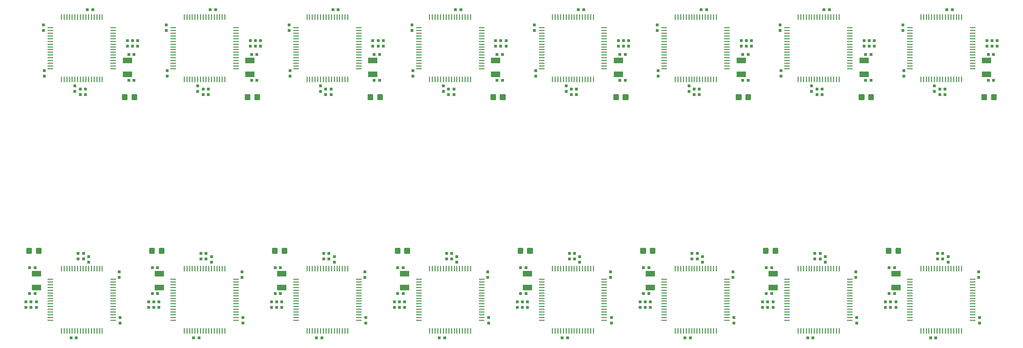
<source format=gtp>
G04 EAGLE Gerber RS-274X export*
G75*
%MOMM*%
%FSLAX34Y34*%
%LPD*%
%INSolderpaste Top*%
%IPPOS*%
%AMOC8*
5,1,8,0,0,1.08239X$1,22.5*%
G01*
%ADD10R,1.800000X1.000000*%
%ADD11R,0.600000X0.600000*%
%ADD12C,0.300000*%
%ADD13R,1.000000X0.220000*%
%ADD14R,0.220000X1.000000*%


D10*
X26670Y166170D03*
X26670Y141170D03*
D11*
X24050Y177070D03*
X14050Y177070D03*
X24050Y129770D03*
X14050Y129770D03*
D12*
X17082Y204780D02*
X17082Y211780D01*
X17082Y204780D02*
X10082Y204780D01*
X10082Y211780D01*
X17082Y211780D01*
X17082Y207630D02*
X10082Y207630D01*
X10082Y210480D02*
X17082Y210480D01*
X34622Y211780D02*
X34622Y204780D01*
X27622Y204780D01*
X27622Y211780D01*
X34622Y211780D01*
X34622Y207630D02*
X27622Y207630D01*
X27622Y210480D02*
X34622Y210480D01*
D11*
X90060Y48260D03*
X100060Y48260D03*
X26580Y114500D03*
X26580Y104500D03*
X178562Y159338D03*
X178562Y169338D03*
X103302Y193360D03*
X103302Y203360D03*
X180360Y86020D03*
X180360Y76020D03*
X7668Y104394D03*
X7668Y114394D03*
X17068Y114500D03*
X17068Y104500D03*
X112836Y193352D03*
X112836Y203352D03*
X122468Y187690D03*
X122468Y197690D03*
D13*
X52500Y121000D03*
X52500Y116000D03*
X52500Y131000D03*
X52500Y141000D03*
X52500Y151000D03*
X52500Y126000D03*
X52500Y136000D03*
X52500Y146000D03*
X52500Y156000D03*
X52500Y106000D03*
X52500Y96000D03*
X52500Y86000D03*
X52500Y81000D03*
X52500Y91000D03*
X52500Y101000D03*
X52500Y111000D03*
D14*
X107500Y61000D03*
X112500Y61000D03*
X97500Y61000D03*
X87500Y61000D03*
X77500Y61000D03*
X102500Y61000D03*
X92500Y61000D03*
X82500Y61000D03*
X72500Y61000D03*
X122500Y61000D03*
X132500Y61000D03*
X142500Y61000D03*
X147500Y61000D03*
X137500Y61000D03*
X127500Y61000D03*
X117500Y61000D03*
D13*
X167500Y116000D03*
X167500Y121000D03*
X167500Y106000D03*
X167500Y96000D03*
X167500Y86000D03*
X167500Y111000D03*
X167500Y101000D03*
X167500Y91000D03*
X167500Y81000D03*
X167500Y131000D03*
X167500Y141000D03*
X167500Y151000D03*
X167500Y156000D03*
X167500Y146000D03*
X167500Y136000D03*
X167500Y126000D03*
D14*
X112500Y176000D03*
X107500Y176000D03*
X122500Y176000D03*
X132500Y176000D03*
X142500Y176000D03*
X117500Y176000D03*
X127500Y176000D03*
X137500Y176000D03*
X147500Y176000D03*
X97500Y176000D03*
X87500Y176000D03*
X77500Y176000D03*
X72500Y176000D03*
X82500Y176000D03*
X92500Y176000D03*
X102500Y176000D03*
D10*
X251739Y166170D03*
X251739Y141170D03*
D11*
X249119Y177070D03*
X239119Y177070D03*
X249119Y129770D03*
X239119Y129770D03*
D12*
X242151Y204780D02*
X242151Y211780D01*
X242151Y204780D02*
X235151Y204780D01*
X235151Y211780D01*
X242151Y211780D01*
X242151Y207630D02*
X235151Y207630D01*
X235151Y210480D02*
X242151Y210480D01*
X259691Y211780D02*
X259691Y204780D01*
X252691Y204780D01*
X252691Y211780D01*
X259691Y211780D01*
X259691Y207630D02*
X252691Y207630D01*
X252691Y210480D02*
X259691Y210480D01*
D11*
X315129Y48260D03*
X325129Y48260D03*
X251649Y114500D03*
X251649Y104500D03*
X403631Y159338D03*
X403631Y169338D03*
X328371Y193360D03*
X328371Y203360D03*
X405429Y86020D03*
X405429Y76020D03*
X232737Y104394D03*
X232737Y114394D03*
X242137Y114500D03*
X242137Y104500D03*
X337905Y193352D03*
X337905Y203352D03*
X347537Y187690D03*
X347537Y197690D03*
D13*
X277569Y121000D03*
X277569Y116000D03*
X277569Y131000D03*
X277569Y141000D03*
X277569Y151000D03*
X277569Y126000D03*
X277569Y136000D03*
X277569Y146000D03*
X277569Y156000D03*
X277569Y106000D03*
X277569Y96000D03*
X277569Y86000D03*
X277569Y81000D03*
X277569Y91000D03*
X277569Y101000D03*
X277569Y111000D03*
D14*
X332569Y61000D03*
X337569Y61000D03*
X322569Y61000D03*
X312569Y61000D03*
X302569Y61000D03*
X327569Y61000D03*
X317569Y61000D03*
X307569Y61000D03*
X297569Y61000D03*
X347569Y61000D03*
X357569Y61000D03*
X367569Y61000D03*
X372569Y61000D03*
X362569Y61000D03*
X352569Y61000D03*
X342569Y61000D03*
D13*
X392569Y116000D03*
X392569Y121000D03*
X392569Y106000D03*
X392569Y96000D03*
X392569Y86000D03*
X392569Y111000D03*
X392569Y101000D03*
X392569Y91000D03*
X392569Y81000D03*
X392569Y131000D03*
X392569Y141000D03*
X392569Y151000D03*
X392569Y156000D03*
X392569Y146000D03*
X392569Y136000D03*
X392569Y126000D03*
D14*
X337569Y176000D03*
X332569Y176000D03*
X347569Y176000D03*
X357569Y176000D03*
X367569Y176000D03*
X342569Y176000D03*
X352569Y176000D03*
X362569Y176000D03*
X372569Y176000D03*
X322569Y176000D03*
X312569Y176000D03*
X302569Y176000D03*
X297569Y176000D03*
X307569Y176000D03*
X317569Y176000D03*
X327569Y176000D03*
D10*
X476834Y166170D03*
X476834Y141170D03*
D11*
X474214Y177070D03*
X464214Y177070D03*
X474214Y129770D03*
X464214Y129770D03*
D12*
X467246Y204780D02*
X467246Y211780D01*
X467246Y204780D02*
X460246Y204780D01*
X460246Y211780D01*
X467246Y211780D01*
X467246Y207630D02*
X460246Y207630D01*
X460246Y210480D02*
X467246Y210480D01*
X484786Y211780D02*
X484786Y204780D01*
X477786Y204780D01*
X477786Y211780D01*
X484786Y211780D01*
X484786Y207630D02*
X477786Y207630D01*
X477786Y210480D02*
X484786Y210480D01*
D11*
X540224Y48260D03*
X550224Y48260D03*
X476744Y114500D03*
X476744Y104500D03*
X628726Y159338D03*
X628726Y169338D03*
X553466Y193360D03*
X553466Y203360D03*
X630524Y86020D03*
X630524Y76020D03*
X457832Y104394D03*
X457832Y114394D03*
X467232Y114500D03*
X467232Y104500D03*
X563000Y193352D03*
X563000Y203352D03*
X572632Y187690D03*
X572632Y197690D03*
D13*
X502664Y121000D03*
X502664Y116000D03*
X502664Y131000D03*
X502664Y141000D03*
X502664Y151000D03*
X502664Y126000D03*
X502664Y136000D03*
X502664Y146000D03*
X502664Y156000D03*
X502664Y106000D03*
X502664Y96000D03*
X502664Y86000D03*
X502664Y81000D03*
X502664Y91000D03*
X502664Y101000D03*
X502664Y111000D03*
D14*
X557664Y61000D03*
X562664Y61000D03*
X547664Y61000D03*
X537664Y61000D03*
X527664Y61000D03*
X552664Y61000D03*
X542664Y61000D03*
X532664Y61000D03*
X522664Y61000D03*
X572664Y61000D03*
X582664Y61000D03*
X592664Y61000D03*
X597664Y61000D03*
X587664Y61000D03*
X577664Y61000D03*
X567664Y61000D03*
D13*
X617664Y116000D03*
X617664Y121000D03*
X617664Y106000D03*
X617664Y96000D03*
X617664Y86000D03*
X617664Y111000D03*
X617664Y101000D03*
X617664Y91000D03*
X617664Y81000D03*
X617664Y131000D03*
X617664Y141000D03*
X617664Y151000D03*
X617664Y156000D03*
X617664Y146000D03*
X617664Y136000D03*
X617664Y126000D03*
D14*
X562664Y176000D03*
X557664Y176000D03*
X572664Y176000D03*
X582664Y176000D03*
X592664Y176000D03*
X567664Y176000D03*
X577664Y176000D03*
X587664Y176000D03*
X597664Y176000D03*
X547664Y176000D03*
X537664Y176000D03*
X527664Y176000D03*
X522664Y176000D03*
X532664Y176000D03*
X542664Y176000D03*
X552664Y176000D03*
D10*
X701904Y166170D03*
X701904Y141170D03*
D11*
X699284Y177070D03*
X689284Y177070D03*
X699284Y129770D03*
X689284Y129770D03*
D12*
X692316Y204780D02*
X692316Y211780D01*
X692316Y204780D02*
X685316Y204780D01*
X685316Y211780D01*
X692316Y211780D01*
X692316Y207630D02*
X685316Y207630D01*
X685316Y210480D02*
X692316Y210480D01*
X709856Y211780D02*
X709856Y204780D01*
X702856Y204780D01*
X702856Y211780D01*
X709856Y211780D01*
X709856Y207630D02*
X702856Y207630D01*
X702856Y210480D02*
X709856Y210480D01*
D11*
X765294Y48260D03*
X775294Y48260D03*
X701814Y114500D03*
X701814Y104500D03*
X853796Y159338D03*
X853796Y169338D03*
X778536Y193360D03*
X778536Y203360D03*
X855594Y86020D03*
X855594Y76020D03*
X682902Y104394D03*
X682902Y114394D03*
X692302Y114500D03*
X692302Y104500D03*
X788070Y193352D03*
X788070Y203352D03*
X797702Y187690D03*
X797702Y197690D03*
D13*
X727734Y121000D03*
X727734Y116000D03*
X727734Y131000D03*
X727734Y141000D03*
X727734Y151000D03*
X727734Y126000D03*
X727734Y136000D03*
X727734Y146000D03*
X727734Y156000D03*
X727734Y106000D03*
X727734Y96000D03*
X727734Y86000D03*
X727734Y81000D03*
X727734Y91000D03*
X727734Y101000D03*
X727734Y111000D03*
D14*
X782734Y61000D03*
X787734Y61000D03*
X772734Y61000D03*
X762734Y61000D03*
X752734Y61000D03*
X777734Y61000D03*
X767734Y61000D03*
X757734Y61000D03*
X747734Y61000D03*
X797734Y61000D03*
X807734Y61000D03*
X817734Y61000D03*
X822734Y61000D03*
X812734Y61000D03*
X802734Y61000D03*
X792734Y61000D03*
D13*
X842734Y116000D03*
X842734Y121000D03*
X842734Y106000D03*
X842734Y96000D03*
X842734Y86000D03*
X842734Y111000D03*
X842734Y101000D03*
X842734Y91000D03*
X842734Y81000D03*
X842734Y131000D03*
X842734Y141000D03*
X842734Y151000D03*
X842734Y156000D03*
X842734Y146000D03*
X842734Y136000D03*
X842734Y126000D03*
D14*
X787734Y176000D03*
X782734Y176000D03*
X797734Y176000D03*
X807734Y176000D03*
X817734Y176000D03*
X792734Y176000D03*
X802734Y176000D03*
X812734Y176000D03*
X822734Y176000D03*
X772734Y176000D03*
X762734Y176000D03*
X752734Y176000D03*
X747734Y176000D03*
X757734Y176000D03*
X767734Y176000D03*
X777734Y176000D03*
D10*
X926998Y166170D03*
X926998Y141170D03*
D11*
X924378Y177070D03*
X914378Y177070D03*
X924378Y129770D03*
X914378Y129770D03*
D12*
X917410Y204780D02*
X917410Y211780D01*
X917410Y204780D02*
X910410Y204780D01*
X910410Y211780D01*
X917410Y211780D01*
X917410Y207630D02*
X910410Y207630D01*
X910410Y210480D02*
X917410Y210480D01*
X934950Y211780D02*
X934950Y204780D01*
X927950Y204780D01*
X927950Y211780D01*
X934950Y211780D01*
X934950Y207630D02*
X927950Y207630D01*
X927950Y210480D02*
X934950Y210480D01*
D11*
X990388Y48260D03*
X1000388Y48260D03*
X926908Y114500D03*
X926908Y104500D03*
X1078890Y159338D03*
X1078890Y169338D03*
X1003630Y193360D03*
X1003630Y203360D03*
X1080688Y86020D03*
X1080688Y76020D03*
X907996Y104394D03*
X907996Y114394D03*
X917396Y114500D03*
X917396Y104500D03*
X1013164Y193352D03*
X1013164Y203352D03*
X1022796Y187690D03*
X1022796Y197690D03*
D13*
X952828Y121000D03*
X952828Y116000D03*
X952828Y131000D03*
X952828Y141000D03*
X952828Y151000D03*
X952828Y126000D03*
X952828Y136000D03*
X952828Y146000D03*
X952828Y156000D03*
X952828Y106000D03*
X952828Y96000D03*
X952828Y86000D03*
X952828Y81000D03*
X952828Y91000D03*
X952828Y101000D03*
X952828Y111000D03*
D14*
X1007828Y61000D03*
X1012828Y61000D03*
X997828Y61000D03*
X987828Y61000D03*
X977828Y61000D03*
X1002828Y61000D03*
X992828Y61000D03*
X982828Y61000D03*
X972828Y61000D03*
X1022828Y61000D03*
X1032828Y61000D03*
X1042828Y61000D03*
X1047828Y61000D03*
X1037828Y61000D03*
X1027828Y61000D03*
X1017828Y61000D03*
D13*
X1067828Y116000D03*
X1067828Y121000D03*
X1067828Y106000D03*
X1067828Y96000D03*
X1067828Y86000D03*
X1067828Y111000D03*
X1067828Y101000D03*
X1067828Y91000D03*
X1067828Y81000D03*
X1067828Y131000D03*
X1067828Y141000D03*
X1067828Y151000D03*
X1067828Y156000D03*
X1067828Y146000D03*
X1067828Y136000D03*
X1067828Y126000D03*
D14*
X1012828Y176000D03*
X1007828Y176000D03*
X1022828Y176000D03*
X1032828Y176000D03*
X1042828Y176000D03*
X1017828Y176000D03*
X1027828Y176000D03*
X1037828Y176000D03*
X1047828Y176000D03*
X997828Y176000D03*
X987828Y176000D03*
X977828Y176000D03*
X972828Y176000D03*
X982828Y176000D03*
X992828Y176000D03*
X1002828Y176000D03*
D10*
X1152068Y166170D03*
X1152068Y141170D03*
D11*
X1149448Y177070D03*
X1139448Y177070D03*
X1149448Y129770D03*
X1139448Y129770D03*
D12*
X1142480Y204780D02*
X1142480Y211780D01*
X1142480Y204780D02*
X1135480Y204780D01*
X1135480Y211780D01*
X1142480Y211780D01*
X1142480Y207630D02*
X1135480Y207630D01*
X1135480Y210480D02*
X1142480Y210480D01*
X1160020Y211780D02*
X1160020Y204780D01*
X1153020Y204780D01*
X1153020Y211780D01*
X1160020Y211780D01*
X1160020Y207630D02*
X1153020Y207630D01*
X1153020Y210480D02*
X1160020Y210480D01*
D11*
X1215458Y48260D03*
X1225458Y48260D03*
X1151978Y114500D03*
X1151978Y104500D03*
X1303960Y159338D03*
X1303960Y169338D03*
X1228700Y193360D03*
X1228700Y203360D03*
X1305758Y86020D03*
X1305758Y76020D03*
X1133066Y104394D03*
X1133066Y114394D03*
X1142466Y114500D03*
X1142466Y104500D03*
X1238234Y193352D03*
X1238234Y203352D03*
X1247866Y187690D03*
X1247866Y197690D03*
D13*
X1177898Y121000D03*
X1177898Y116000D03*
X1177898Y131000D03*
X1177898Y141000D03*
X1177898Y151000D03*
X1177898Y126000D03*
X1177898Y136000D03*
X1177898Y146000D03*
X1177898Y156000D03*
X1177898Y106000D03*
X1177898Y96000D03*
X1177898Y86000D03*
X1177898Y81000D03*
X1177898Y91000D03*
X1177898Y101000D03*
X1177898Y111000D03*
D14*
X1232898Y61000D03*
X1237898Y61000D03*
X1222898Y61000D03*
X1212898Y61000D03*
X1202898Y61000D03*
X1227898Y61000D03*
X1217898Y61000D03*
X1207898Y61000D03*
X1197898Y61000D03*
X1247898Y61000D03*
X1257898Y61000D03*
X1267898Y61000D03*
X1272898Y61000D03*
X1262898Y61000D03*
X1252898Y61000D03*
X1242898Y61000D03*
D13*
X1292898Y116000D03*
X1292898Y121000D03*
X1292898Y106000D03*
X1292898Y96000D03*
X1292898Y86000D03*
X1292898Y111000D03*
X1292898Y101000D03*
X1292898Y91000D03*
X1292898Y81000D03*
X1292898Y131000D03*
X1292898Y141000D03*
X1292898Y151000D03*
X1292898Y156000D03*
X1292898Y146000D03*
X1292898Y136000D03*
X1292898Y126000D03*
D14*
X1237898Y176000D03*
X1232898Y176000D03*
X1247898Y176000D03*
X1257898Y176000D03*
X1267898Y176000D03*
X1242898Y176000D03*
X1252898Y176000D03*
X1262898Y176000D03*
X1272898Y176000D03*
X1222898Y176000D03*
X1212898Y176000D03*
X1202898Y176000D03*
X1197898Y176000D03*
X1207898Y176000D03*
X1217898Y176000D03*
X1227898Y176000D03*
D10*
X1377163Y166170D03*
X1377163Y141170D03*
D11*
X1374543Y177070D03*
X1364543Y177070D03*
X1374543Y129770D03*
X1364543Y129770D03*
D12*
X1367575Y204780D02*
X1367575Y211780D01*
X1367575Y204780D02*
X1360575Y204780D01*
X1360575Y211780D01*
X1367575Y211780D01*
X1367575Y207630D02*
X1360575Y207630D01*
X1360575Y210480D02*
X1367575Y210480D01*
X1385115Y211780D02*
X1385115Y204780D01*
X1378115Y204780D01*
X1378115Y211780D01*
X1385115Y211780D01*
X1385115Y207630D02*
X1378115Y207630D01*
X1378115Y210480D02*
X1385115Y210480D01*
D11*
X1440553Y48260D03*
X1450553Y48260D03*
X1377073Y114500D03*
X1377073Y104500D03*
X1529055Y159338D03*
X1529055Y169338D03*
X1453795Y193360D03*
X1453795Y203360D03*
X1530853Y86020D03*
X1530853Y76020D03*
X1358161Y104394D03*
X1358161Y114394D03*
X1367561Y114500D03*
X1367561Y104500D03*
X1463329Y193352D03*
X1463329Y203352D03*
X1472961Y187690D03*
X1472961Y197690D03*
D13*
X1402993Y121000D03*
X1402993Y116000D03*
X1402993Y131000D03*
X1402993Y141000D03*
X1402993Y151000D03*
X1402993Y126000D03*
X1402993Y136000D03*
X1402993Y146000D03*
X1402993Y156000D03*
X1402993Y106000D03*
X1402993Y96000D03*
X1402993Y86000D03*
X1402993Y81000D03*
X1402993Y91000D03*
X1402993Y101000D03*
X1402993Y111000D03*
D14*
X1457993Y61000D03*
X1462993Y61000D03*
X1447993Y61000D03*
X1437993Y61000D03*
X1427993Y61000D03*
X1452993Y61000D03*
X1442993Y61000D03*
X1432993Y61000D03*
X1422993Y61000D03*
X1472993Y61000D03*
X1482993Y61000D03*
X1492993Y61000D03*
X1497993Y61000D03*
X1487993Y61000D03*
X1477993Y61000D03*
X1467993Y61000D03*
D13*
X1517993Y116000D03*
X1517993Y121000D03*
X1517993Y106000D03*
X1517993Y96000D03*
X1517993Y86000D03*
X1517993Y111000D03*
X1517993Y101000D03*
X1517993Y91000D03*
X1517993Y81000D03*
X1517993Y131000D03*
X1517993Y141000D03*
X1517993Y151000D03*
X1517993Y156000D03*
X1517993Y146000D03*
X1517993Y136000D03*
X1517993Y126000D03*
D14*
X1462993Y176000D03*
X1457993Y176000D03*
X1472993Y176000D03*
X1482993Y176000D03*
X1492993Y176000D03*
X1467993Y176000D03*
X1477993Y176000D03*
X1487993Y176000D03*
X1497993Y176000D03*
X1447993Y176000D03*
X1437993Y176000D03*
X1427993Y176000D03*
X1422993Y176000D03*
X1432993Y176000D03*
X1442993Y176000D03*
X1452993Y176000D03*
D10*
X1602232Y166170D03*
X1602232Y141170D03*
D11*
X1599612Y177070D03*
X1589612Y177070D03*
X1599612Y129770D03*
X1589612Y129770D03*
D12*
X1592644Y204780D02*
X1592644Y211780D01*
X1592644Y204780D02*
X1585644Y204780D01*
X1585644Y211780D01*
X1592644Y211780D01*
X1592644Y207630D02*
X1585644Y207630D01*
X1585644Y210480D02*
X1592644Y210480D01*
X1610184Y211780D02*
X1610184Y204780D01*
X1603184Y204780D01*
X1603184Y211780D01*
X1610184Y211780D01*
X1610184Y207630D02*
X1603184Y207630D01*
X1603184Y210480D02*
X1610184Y210480D01*
D11*
X1665622Y48260D03*
X1675622Y48260D03*
X1602142Y114500D03*
X1602142Y104500D03*
X1754124Y159338D03*
X1754124Y169338D03*
X1678864Y193360D03*
X1678864Y203360D03*
X1755922Y86020D03*
X1755922Y76020D03*
X1583230Y104394D03*
X1583230Y114394D03*
X1592630Y114500D03*
X1592630Y104500D03*
X1688398Y193352D03*
X1688398Y203352D03*
X1698030Y187690D03*
X1698030Y197690D03*
D13*
X1628062Y121000D03*
X1628062Y116000D03*
X1628062Y131000D03*
X1628062Y141000D03*
X1628062Y151000D03*
X1628062Y126000D03*
X1628062Y136000D03*
X1628062Y146000D03*
X1628062Y156000D03*
X1628062Y106000D03*
X1628062Y96000D03*
X1628062Y86000D03*
X1628062Y81000D03*
X1628062Y91000D03*
X1628062Y101000D03*
X1628062Y111000D03*
D14*
X1683062Y61000D03*
X1688062Y61000D03*
X1673062Y61000D03*
X1663062Y61000D03*
X1653062Y61000D03*
X1678062Y61000D03*
X1668062Y61000D03*
X1658062Y61000D03*
X1648062Y61000D03*
X1698062Y61000D03*
X1708062Y61000D03*
X1718062Y61000D03*
X1723062Y61000D03*
X1713062Y61000D03*
X1703062Y61000D03*
X1693062Y61000D03*
D13*
X1743062Y116000D03*
X1743062Y121000D03*
X1743062Y106000D03*
X1743062Y96000D03*
X1743062Y86000D03*
X1743062Y111000D03*
X1743062Y101000D03*
X1743062Y91000D03*
X1743062Y81000D03*
X1743062Y131000D03*
X1743062Y141000D03*
X1743062Y151000D03*
X1743062Y156000D03*
X1743062Y146000D03*
X1743062Y136000D03*
X1743062Y126000D03*
D14*
X1688062Y176000D03*
X1683062Y176000D03*
X1698062Y176000D03*
X1708062Y176000D03*
X1718062Y176000D03*
X1693062Y176000D03*
X1703062Y176000D03*
X1713062Y176000D03*
X1723062Y176000D03*
X1673062Y176000D03*
X1663062Y176000D03*
X1653062Y176000D03*
X1648062Y176000D03*
X1658062Y176000D03*
X1668062Y176000D03*
X1678062Y176000D03*
D10*
X193319Y532330D03*
X193319Y557330D03*
D11*
X195939Y521430D03*
X205939Y521430D03*
X195939Y568730D03*
X205939Y568730D03*
D12*
X202907Y493720D02*
X202907Y486720D01*
X202907Y493720D02*
X209907Y493720D01*
X209907Y486720D01*
X202907Y486720D01*
X202907Y489570D02*
X209907Y489570D01*
X209907Y492420D02*
X202907Y492420D01*
X185367Y493720D02*
X185367Y486720D01*
X185367Y493720D02*
X192367Y493720D01*
X192367Y486720D01*
X185367Y486720D01*
X185367Y489570D02*
X192367Y489570D01*
X192367Y492420D02*
X185367Y492420D01*
D11*
X129929Y650240D03*
X119929Y650240D03*
X193409Y584000D03*
X193409Y594000D03*
X41427Y539162D03*
X41427Y529162D03*
X116687Y505140D03*
X116687Y495140D03*
X39629Y612480D03*
X39629Y622480D03*
X212321Y594106D03*
X212321Y584106D03*
X202921Y584000D03*
X202921Y594000D03*
X107153Y505148D03*
X107153Y495148D03*
X97521Y510810D03*
X97521Y500810D03*
D13*
X167489Y577500D03*
X167489Y582500D03*
X167489Y567500D03*
X167489Y557500D03*
X167489Y547500D03*
X167489Y572500D03*
X167489Y562500D03*
X167489Y552500D03*
X167489Y542500D03*
X167489Y592500D03*
X167489Y602500D03*
X167489Y612500D03*
X167489Y617500D03*
X167489Y607500D03*
X167489Y597500D03*
X167489Y587500D03*
D14*
X112489Y637500D03*
X107489Y637500D03*
X122489Y637500D03*
X132489Y637500D03*
X142489Y637500D03*
X117489Y637500D03*
X127489Y637500D03*
X137489Y637500D03*
X147489Y637500D03*
X97489Y637500D03*
X87489Y637500D03*
X77489Y637500D03*
X72489Y637500D03*
X82489Y637500D03*
X92489Y637500D03*
X102489Y637500D03*
D13*
X52489Y582500D03*
X52489Y577500D03*
X52489Y592500D03*
X52489Y602500D03*
X52489Y612500D03*
X52489Y587500D03*
X52489Y597500D03*
X52489Y607500D03*
X52489Y617500D03*
X52489Y567500D03*
X52489Y557500D03*
X52489Y547500D03*
X52489Y542500D03*
X52489Y552500D03*
X52489Y562500D03*
X52489Y572500D03*
D14*
X107489Y522500D03*
X112489Y522500D03*
X97489Y522500D03*
X87489Y522500D03*
X77489Y522500D03*
X102489Y522500D03*
X92489Y522500D03*
X82489Y522500D03*
X72489Y522500D03*
X122489Y522500D03*
X132489Y522500D03*
X142489Y522500D03*
X147489Y522500D03*
X137489Y522500D03*
X127489Y522500D03*
X117489Y522500D03*
D10*
X418414Y532330D03*
X418414Y557330D03*
D11*
X421034Y521430D03*
X431034Y521430D03*
X421034Y568730D03*
X431034Y568730D03*
D12*
X428002Y493720D02*
X428002Y486720D01*
X428002Y493720D02*
X435002Y493720D01*
X435002Y486720D01*
X428002Y486720D01*
X428002Y489570D02*
X435002Y489570D01*
X435002Y492420D02*
X428002Y492420D01*
X410462Y493720D02*
X410462Y486720D01*
X410462Y493720D02*
X417462Y493720D01*
X417462Y486720D01*
X410462Y486720D01*
X410462Y489570D02*
X417462Y489570D01*
X417462Y492420D02*
X410462Y492420D01*
D11*
X355024Y650240D03*
X345024Y650240D03*
X418504Y584000D03*
X418504Y594000D03*
X266522Y539162D03*
X266522Y529162D03*
X341782Y505140D03*
X341782Y495140D03*
X264724Y612480D03*
X264724Y622480D03*
X437416Y594106D03*
X437416Y584106D03*
X428016Y584000D03*
X428016Y594000D03*
X332248Y505148D03*
X332248Y495148D03*
X322616Y510810D03*
X322616Y500810D03*
D13*
X392584Y577500D03*
X392584Y582500D03*
X392584Y567500D03*
X392584Y557500D03*
X392584Y547500D03*
X392584Y572500D03*
X392584Y562500D03*
X392584Y552500D03*
X392584Y542500D03*
X392584Y592500D03*
X392584Y602500D03*
X392584Y612500D03*
X392584Y617500D03*
X392584Y607500D03*
X392584Y597500D03*
X392584Y587500D03*
D14*
X337584Y637500D03*
X332584Y637500D03*
X347584Y637500D03*
X357584Y637500D03*
X367584Y637500D03*
X342584Y637500D03*
X352584Y637500D03*
X362584Y637500D03*
X372584Y637500D03*
X322584Y637500D03*
X312584Y637500D03*
X302584Y637500D03*
X297584Y637500D03*
X307584Y637500D03*
X317584Y637500D03*
X327584Y637500D03*
D13*
X277584Y582500D03*
X277584Y577500D03*
X277584Y592500D03*
X277584Y602500D03*
X277584Y612500D03*
X277584Y587500D03*
X277584Y597500D03*
X277584Y607500D03*
X277584Y617500D03*
X277584Y567500D03*
X277584Y557500D03*
X277584Y547500D03*
X277584Y542500D03*
X277584Y552500D03*
X277584Y562500D03*
X277584Y572500D03*
D14*
X332584Y522500D03*
X337584Y522500D03*
X322584Y522500D03*
X312584Y522500D03*
X302584Y522500D03*
X327584Y522500D03*
X317584Y522500D03*
X307584Y522500D03*
X297584Y522500D03*
X347584Y522500D03*
X357584Y522500D03*
X367584Y522500D03*
X372584Y522500D03*
X362584Y522500D03*
X352584Y522500D03*
X342584Y522500D03*
D10*
X643484Y532330D03*
X643484Y557330D03*
D11*
X646104Y521430D03*
X656104Y521430D03*
X646104Y568730D03*
X656104Y568730D03*
D12*
X653072Y493720D02*
X653072Y486720D01*
X653072Y493720D02*
X660072Y493720D01*
X660072Y486720D01*
X653072Y486720D01*
X653072Y489570D02*
X660072Y489570D01*
X660072Y492420D02*
X653072Y492420D01*
X635532Y493720D02*
X635532Y486720D01*
X635532Y493720D02*
X642532Y493720D01*
X642532Y486720D01*
X635532Y486720D01*
X635532Y489570D02*
X642532Y489570D01*
X642532Y492420D02*
X635532Y492420D01*
D11*
X580094Y650240D03*
X570094Y650240D03*
X643574Y584000D03*
X643574Y594000D03*
X491592Y539162D03*
X491592Y529162D03*
X566852Y505140D03*
X566852Y495140D03*
X489794Y612480D03*
X489794Y622480D03*
X662486Y594106D03*
X662486Y584106D03*
X653086Y584000D03*
X653086Y594000D03*
X557318Y505148D03*
X557318Y495148D03*
X547686Y510810D03*
X547686Y500810D03*
D13*
X617654Y577500D03*
X617654Y582500D03*
X617654Y567500D03*
X617654Y557500D03*
X617654Y547500D03*
X617654Y572500D03*
X617654Y562500D03*
X617654Y552500D03*
X617654Y542500D03*
X617654Y592500D03*
X617654Y602500D03*
X617654Y612500D03*
X617654Y617500D03*
X617654Y607500D03*
X617654Y597500D03*
X617654Y587500D03*
D14*
X562654Y637500D03*
X557654Y637500D03*
X572654Y637500D03*
X582654Y637500D03*
X592654Y637500D03*
X567654Y637500D03*
X577654Y637500D03*
X587654Y637500D03*
X597654Y637500D03*
X547654Y637500D03*
X537654Y637500D03*
X527654Y637500D03*
X522654Y637500D03*
X532654Y637500D03*
X542654Y637500D03*
X552654Y637500D03*
D13*
X502654Y582500D03*
X502654Y577500D03*
X502654Y592500D03*
X502654Y602500D03*
X502654Y612500D03*
X502654Y587500D03*
X502654Y597500D03*
X502654Y607500D03*
X502654Y617500D03*
X502654Y567500D03*
X502654Y557500D03*
X502654Y547500D03*
X502654Y542500D03*
X502654Y552500D03*
X502654Y562500D03*
X502654Y572500D03*
D14*
X557654Y522500D03*
X562654Y522500D03*
X547654Y522500D03*
X537654Y522500D03*
X527654Y522500D03*
X552654Y522500D03*
X542654Y522500D03*
X532654Y522500D03*
X522654Y522500D03*
X572654Y522500D03*
X582654Y522500D03*
X592654Y522500D03*
X597654Y522500D03*
X587654Y522500D03*
X577654Y522500D03*
X567654Y522500D03*
D10*
X868578Y532330D03*
X868578Y557330D03*
D11*
X871198Y521430D03*
X881198Y521430D03*
X871198Y568730D03*
X881198Y568730D03*
D12*
X878166Y493720D02*
X878166Y486720D01*
X878166Y493720D02*
X885166Y493720D01*
X885166Y486720D01*
X878166Y486720D01*
X878166Y489570D02*
X885166Y489570D01*
X885166Y492420D02*
X878166Y492420D01*
X860626Y493720D02*
X860626Y486720D01*
X860626Y493720D02*
X867626Y493720D01*
X867626Y486720D01*
X860626Y486720D01*
X860626Y489570D02*
X867626Y489570D01*
X867626Y492420D02*
X860626Y492420D01*
D11*
X805188Y650240D03*
X795188Y650240D03*
X868668Y584000D03*
X868668Y594000D03*
X716686Y539162D03*
X716686Y529162D03*
X791946Y505140D03*
X791946Y495140D03*
X714888Y612480D03*
X714888Y622480D03*
X887580Y594106D03*
X887580Y584106D03*
X878180Y584000D03*
X878180Y594000D03*
X782412Y505148D03*
X782412Y495148D03*
X772780Y510810D03*
X772780Y500810D03*
D13*
X842748Y577500D03*
X842748Y582500D03*
X842748Y567500D03*
X842748Y557500D03*
X842748Y547500D03*
X842748Y572500D03*
X842748Y562500D03*
X842748Y552500D03*
X842748Y542500D03*
X842748Y592500D03*
X842748Y602500D03*
X842748Y612500D03*
X842748Y617500D03*
X842748Y607500D03*
X842748Y597500D03*
X842748Y587500D03*
D14*
X787748Y637500D03*
X782748Y637500D03*
X797748Y637500D03*
X807748Y637500D03*
X817748Y637500D03*
X792748Y637500D03*
X802748Y637500D03*
X812748Y637500D03*
X822748Y637500D03*
X772748Y637500D03*
X762748Y637500D03*
X752748Y637500D03*
X747748Y637500D03*
X757748Y637500D03*
X767748Y637500D03*
X777748Y637500D03*
D13*
X727748Y582500D03*
X727748Y577500D03*
X727748Y592500D03*
X727748Y602500D03*
X727748Y612500D03*
X727748Y587500D03*
X727748Y597500D03*
X727748Y607500D03*
X727748Y617500D03*
X727748Y567500D03*
X727748Y557500D03*
X727748Y547500D03*
X727748Y542500D03*
X727748Y552500D03*
X727748Y562500D03*
X727748Y572500D03*
D14*
X782748Y522500D03*
X787748Y522500D03*
X772748Y522500D03*
X762748Y522500D03*
X752748Y522500D03*
X777748Y522500D03*
X767748Y522500D03*
X757748Y522500D03*
X747748Y522500D03*
X797748Y522500D03*
X807748Y522500D03*
X817748Y522500D03*
X822748Y522500D03*
X812748Y522500D03*
X802748Y522500D03*
X792748Y522500D03*
D10*
X1093648Y532330D03*
X1093648Y557330D03*
D11*
X1096268Y521430D03*
X1106268Y521430D03*
X1096268Y568730D03*
X1106268Y568730D03*
D12*
X1103236Y493720D02*
X1103236Y486720D01*
X1103236Y493720D02*
X1110236Y493720D01*
X1110236Y486720D01*
X1103236Y486720D01*
X1103236Y489570D02*
X1110236Y489570D01*
X1110236Y492420D02*
X1103236Y492420D01*
X1085696Y493720D02*
X1085696Y486720D01*
X1085696Y493720D02*
X1092696Y493720D01*
X1092696Y486720D01*
X1085696Y486720D01*
X1085696Y489570D02*
X1092696Y489570D01*
X1092696Y492420D02*
X1085696Y492420D01*
D11*
X1030258Y650240D03*
X1020258Y650240D03*
X1093738Y584000D03*
X1093738Y594000D03*
X941756Y539162D03*
X941756Y529162D03*
X1017016Y505140D03*
X1017016Y495140D03*
X939958Y612480D03*
X939958Y622480D03*
X1112650Y594106D03*
X1112650Y584106D03*
X1103250Y584000D03*
X1103250Y594000D03*
X1007482Y505148D03*
X1007482Y495148D03*
X997850Y510810D03*
X997850Y500810D03*
D13*
X1067818Y577500D03*
X1067818Y582500D03*
X1067818Y567500D03*
X1067818Y557500D03*
X1067818Y547500D03*
X1067818Y572500D03*
X1067818Y562500D03*
X1067818Y552500D03*
X1067818Y542500D03*
X1067818Y592500D03*
X1067818Y602500D03*
X1067818Y612500D03*
X1067818Y617500D03*
X1067818Y607500D03*
X1067818Y597500D03*
X1067818Y587500D03*
D14*
X1012818Y637500D03*
X1007818Y637500D03*
X1022818Y637500D03*
X1032818Y637500D03*
X1042818Y637500D03*
X1017818Y637500D03*
X1027818Y637500D03*
X1037818Y637500D03*
X1047818Y637500D03*
X997818Y637500D03*
X987818Y637500D03*
X977818Y637500D03*
X972818Y637500D03*
X982818Y637500D03*
X992818Y637500D03*
X1002818Y637500D03*
D13*
X952818Y582500D03*
X952818Y577500D03*
X952818Y592500D03*
X952818Y602500D03*
X952818Y612500D03*
X952818Y587500D03*
X952818Y597500D03*
X952818Y607500D03*
X952818Y617500D03*
X952818Y567500D03*
X952818Y557500D03*
X952818Y547500D03*
X952818Y542500D03*
X952818Y552500D03*
X952818Y562500D03*
X952818Y572500D03*
D14*
X1007818Y522500D03*
X1012818Y522500D03*
X997818Y522500D03*
X987818Y522500D03*
X977818Y522500D03*
X1002818Y522500D03*
X992818Y522500D03*
X982818Y522500D03*
X972818Y522500D03*
X1022818Y522500D03*
X1032818Y522500D03*
X1042818Y522500D03*
X1047818Y522500D03*
X1037818Y522500D03*
X1027818Y522500D03*
X1017818Y522500D03*
D10*
X1318743Y532330D03*
X1318743Y557330D03*
D11*
X1321363Y521430D03*
X1331363Y521430D03*
X1321363Y568730D03*
X1331363Y568730D03*
D12*
X1328331Y493720D02*
X1328331Y486720D01*
X1328331Y493720D02*
X1335331Y493720D01*
X1335331Y486720D01*
X1328331Y486720D01*
X1328331Y489570D02*
X1335331Y489570D01*
X1335331Y492420D02*
X1328331Y492420D01*
X1310791Y493720D02*
X1310791Y486720D01*
X1310791Y493720D02*
X1317791Y493720D01*
X1317791Y486720D01*
X1310791Y486720D01*
X1310791Y489570D02*
X1317791Y489570D01*
X1317791Y492420D02*
X1310791Y492420D01*
D11*
X1255353Y650240D03*
X1245353Y650240D03*
X1318833Y584000D03*
X1318833Y594000D03*
X1166851Y539162D03*
X1166851Y529162D03*
X1242111Y505140D03*
X1242111Y495140D03*
X1165053Y612480D03*
X1165053Y622480D03*
X1337745Y594106D03*
X1337745Y584106D03*
X1328345Y584000D03*
X1328345Y594000D03*
X1232577Y505148D03*
X1232577Y495148D03*
X1222945Y510810D03*
X1222945Y500810D03*
D13*
X1292913Y577500D03*
X1292913Y582500D03*
X1292913Y567500D03*
X1292913Y557500D03*
X1292913Y547500D03*
X1292913Y572500D03*
X1292913Y562500D03*
X1292913Y552500D03*
X1292913Y542500D03*
X1292913Y592500D03*
X1292913Y602500D03*
X1292913Y612500D03*
X1292913Y617500D03*
X1292913Y607500D03*
X1292913Y597500D03*
X1292913Y587500D03*
D14*
X1237913Y637500D03*
X1232913Y637500D03*
X1247913Y637500D03*
X1257913Y637500D03*
X1267913Y637500D03*
X1242913Y637500D03*
X1252913Y637500D03*
X1262913Y637500D03*
X1272913Y637500D03*
X1222913Y637500D03*
X1212913Y637500D03*
X1202913Y637500D03*
X1197913Y637500D03*
X1207913Y637500D03*
X1217913Y637500D03*
X1227913Y637500D03*
D13*
X1177913Y582500D03*
X1177913Y577500D03*
X1177913Y592500D03*
X1177913Y602500D03*
X1177913Y612500D03*
X1177913Y587500D03*
X1177913Y597500D03*
X1177913Y607500D03*
X1177913Y617500D03*
X1177913Y567500D03*
X1177913Y557500D03*
X1177913Y547500D03*
X1177913Y542500D03*
X1177913Y552500D03*
X1177913Y562500D03*
X1177913Y572500D03*
D14*
X1232913Y522500D03*
X1237913Y522500D03*
X1222913Y522500D03*
X1212913Y522500D03*
X1202913Y522500D03*
X1227913Y522500D03*
X1217913Y522500D03*
X1207913Y522500D03*
X1197913Y522500D03*
X1247913Y522500D03*
X1257913Y522500D03*
X1267913Y522500D03*
X1272913Y522500D03*
X1262913Y522500D03*
X1252913Y522500D03*
X1242913Y522500D03*
D10*
X1543812Y532330D03*
X1543812Y557330D03*
D11*
X1546432Y521430D03*
X1556432Y521430D03*
X1546432Y568730D03*
X1556432Y568730D03*
D12*
X1553400Y493720D02*
X1553400Y486720D01*
X1553400Y493720D02*
X1560400Y493720D01*
X1560400Y486720D01*
X1553400Y486720D01*
X1553400Y489570D02*
X1560400Y489570D01*
X1560400Y492420D02*
X1553400Y492420D01*
X1535860Y493720D02*
X1535860Y486720D01*
X1535860Y493720D02*
X1542860Y493720D01*
X1542860Y486720D01*
X1535860Y486720D01*
X1535860Y489570D02*
X1542860Y489570D01*
X1542860Y492420D02*
X1535860Y492420D01*
D11*
X1480422Y650240D03*
X1470422Y650240D03*
X1543902Y584000D03*
X1543902Y594000D03*
X1391920Y539162D03*
X1391920Y529162D03*
X1467180Y505140D03*
X1467180Y495140D03*
X1390122Y612480D03*
X1390122Y622480D03*
X1562814Y594106D03*
X1562814Y584106D03*
X1553414Y584000D03*
X1553414Y594000D03*
X1457646Y505148D03*
X1457646Y495148D03*
X1448014Y510810D03*
X1448014Y500810D03*
D13*
X1517982Y577500D03*
X1517982Y582500D03*
X1517982Y567500D03*
X1517982Y557500D03*
X1517982Y547500D03*
X1517982Y572500D03*
X1517982Y562500D03*
X1517982Y552500D03*
X1517982Y542500D03*
X1517982Y592500D03*
X1517982Y602500D03*
X1517982Y612500D03*
X1517982Y617500D03*
X1517982Y607500D03*
X1517982Y597500D03*
X1517982Y587500D03*
D14*
X1462982Y637500D03*
X1457982Y637500D03*
X1472982Y637500D03*
X1482982Y637500D03*
X1492982Y637500D03*
X1467982Y637500D03*
X1477982Y637500D03*
X1487982Y637500D03*
X1497982Y637500D03*
X1447982Y637500D03*
X1437982Y637500D03*
X1427982Y637500D03*
X1422982Y637500D03*
X1432982Y637500D03*
X1442982Y637500D03*
X1452982Y637500D03*
D13*
X1402982Y582500D03*
X1402982Y577500D03*
X1402982Y592500D03*
X1402982Y602500D03*
X1402982Y612500D03*
X1402982Y587500D03*
X1402982Y597500D03*
X1402982Y607500D03*
X1402982Y617500D03*
X1402982Y567500D03*
X1402982Y557500D03*
X1402982Y547500D03*
X1402982Y542500D03*
X1402982Y552500D03*
X1402982Y562500D03*
X1402982Y572500D03*
D14*
X1457982Y522500D03*
X1462982Y522500D03*
X1447982Y522500D03*
X1437982Y522500D03*
X1427982Y522500D03*
X1452982Y522500D03*
X1442982Y522500D03*
X1432982Y522500D03*
X1422982Y522500D03*
X1472982Y522500D03*
X1482982Y522500D03*
X1492982Y522500D03*
X1497982Y522500D03*
X1487982Y522500D03*
X1477982Y522500D03*
X1467982Y522500D03*
D10*
X1768881Y532330D03*
X1768881Y557330D03*
D11*
X1771501Y521430D03*
X1781501Y521430D03*
X1771501Y568730D03*
X1781501Y568730D03*
D12*
X1778469Y493720D02*
X1778469Y486720D01*
X1778469Y493720D02*
X1785469Y493720D01*
X1785469Y486720D01*
X1778469Y486720D01*
X1778469Y489570D02*
X1785469Y489570D01*
X1785469Y492420D02*
X1778469Y492420D01*
X1760929Y493720D02*
X1760929Y486720D01*
X1760929Y493720D02*
X1767929Y493720D01*
X1767929Y486720D01*
X1760929Y486720D01*
X1760929Y489570D02*
X1767929Y489570D01*
X1767929Y492420D02*
X1760929Y492420D01*
D11*
X1705491Y650240D03*
X1695491Y650240D03*
X1768971Y584000D03*
X1768971Y594000D03*
X1616989Y539162D03*
X1616989Y529162D03*
X1692249Y505140D03*
X1692249Y495140D03*
X1615191Y612480D03*
X1615191Y622480D03*
X1787883Y594106D03*
X1787883Y584106D03*
X1778483Y584000D03*
X1778483Y594000D03*
X1682715Y505148D03*
X1682715Y495148D03*
X1673083Y510810D03*
X1673083Y500810D03*
D13*
X1743051Y577500D03*
X1743051Y582500D03*
X1743051Y567500D03*
X1743051Y557500D03*
X1743051Y547500D03*
X1743051Y572500D03*
X1743051Y562500D03*
X1743051Y552500D03*
X1743051Y542500D03*
X1743051Y592500D03*
X1743051Y602500D03*
X1743051Y612500D03*
X1743051Y617500D03*
X1743051Y607500D03*
X1743051Y597500D03*
X1743051Y587500D03*
D14*
X1688051Y637500D03*
X1683051Y637500D03*
X1698051Y637500D03*
X1708051Y637500D03*
X1718051Y637500D03*
X1693051Y637500D03*
X1703051Y637500D03*
X1713051Y637500D03*
X1723051Y637500D03*
X1673051Y637500D03*
X1663051Y637500D03*
X1653051Y637500D03*
X1648051Y637500D03*
X1658051Y637500D03*
X1668051Y637500D03*
X1678051Y637500D03*
D13*
X1628051Y582500D03*
X1628051Y577500D03*
X1628051Y592500D03*
X1628051Y602500D03*
X1628051Y612500D03*
X1628051Y587500D03*
X1628051Y597500D03*
X1628051Y607500D03*
X1628051Y617500D03*
X1628051Y567500D03*
X1628051Y557500D03*
X1628051Y547500D03*
X1628051Y542500D03*
X1628051Y552500D03*
X1628051Y562500D03*
X1628051Y572500D03*
D14*
X1683051Y522500D03*
X1688051Y522500D03*
X1673051Y522500D03*
X1663051Y522500D03*
X1653051Y522500D03*
X1678051Y522500D03*
X1668051Y522500D03*
X1658051Y522500D03*
X1648051Y522500D03*
X1698051Y522500D03*
X1708051Y522500D03*
X1718051Y522500D03*
X1723051Y522500D03*
X1713051Y522500D03*
X1703051Y522500D03*
X1693051Y522500D03*
M02*

</source>
